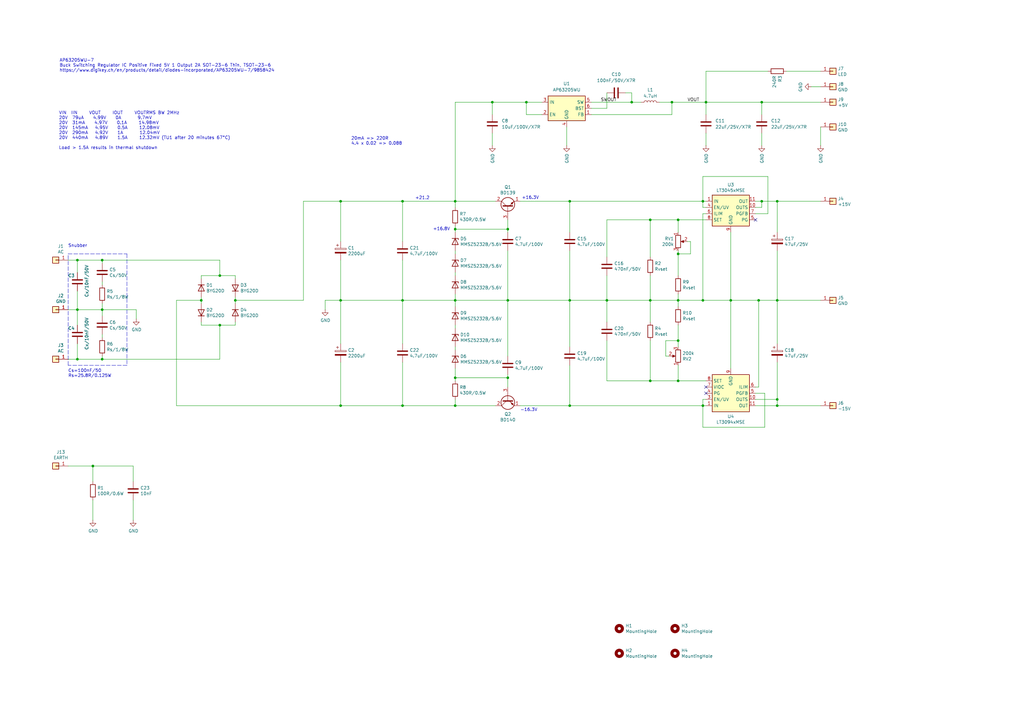
<source format=kicad_sch>
(kicad_sch (version 20250114) (generator "eeschema") (generator_version "9.0")
  (paper "A3")
  (title_block (title "Ultra Low Noise PSU DC/DC +5V") (date "2025-08-24") (rev "V5"))
  (lib_symbols
    (symbol "Connector_Generic:Conn_01x01" (pin_names (offset 1.016) (hide yes))
      (property "Reference" "J" (at 0 2.54 0))
      (property "Value" "Conn_01x01" (at 0 -2.54 0))
      (symbol "Conn_01x01_1_1"
        (rectangle (start -1.27 1.27) (end 1.27 -1.27) (stroke (width 0.254)) (fill (type background)))
        (rectangle (start -1.27 0.127) (end 0 -0.127) (stroke (width 0.1524)))
        (pin passive line (at -5.08 0 0) (length 3.81) (name "Pin_1") (number "1"))
      )
    )
    (symbol "Device:C" (pin_numbers (hide yes)) (pin_names (offset 0.254))
      (property "Reference" "C" (at 0.635 2.54 0))
      (property "Value" "C" (at 0.635 -2.54 0))
      (symbol "C_0_1"
        (polyline (pts (xy -2.032 0.762) (xy 2.032 0.762)) (stroke (width 0.508)))
        (polyline (pts (xy -2.032 -0.762) (xy 2.032 -0.762)) (stroke (width 0.508)))
      )
      (symbol "C_1_1"
        (pin passive line (at 0 3.81 270) (length 2.794) (name "~") (number "1"))
        (pin passive line (at 0 -3.81 90) (length 2.794) (name "~") (number "2"))
      )
    )
    (symbol "Device:C_Polarized" (pin_numbers (hide yes)) (pin_names (offset 0.254))
      (property "Reference" "C" (at 0.635 2.54 0))
      (property "Value" "C_Polarized" (at 0.635 -2.54 0))
      (symbol "C_Polarized_0_1"
        (rectangle (start -2.286 0.508) (end 2.286 1.016))
        (polyline (pts (xy -1.778 2.286) (xy -0.762 2.286)))
        (polyline (pts (xy -1.27 2.794) (xy -1.27 1.778)))
        (rectangle (start 2.286 -0.508) (end -2.286 -1.016) (fill (type outline)))
      )
      (symbol "C_Polarized_1_1"
        (pin passive line (at 0 3.81 270) (length 2.794) (name "~") (number "1"))
        (pin passive line (at 0 -3.81 90) (length 2.794) (name "~") (number "2"))
      )
    )
    (symbol "Device:D" (pin_numbers (hide yes)) (pin_names (offset 1.016) (hide yes))
      (property "Reference" "D" (at 0 2.54 0))
      (property "Value" "D" (at 0 -2.54 0))
      (symbol "D_0_1"
        (polyline (pts (xy -1.27 1.27) (xy -1.27 -1.27)) (stroke (width 0.254)))
        (polyline (pts (xy 1.27 1.27) (xy 1.27 -1.27) (xy -1.27 0) (xy 1.27 1.27)) (stroke (width 0.254)))
        (polyline (pts (xy 1.27 0) (xy -1.27 0)))
      )
      (symbol "D_1_1"
        (pin passive line (at -3.81 0 0) (length 2.54) (name "K") (number "1"))
        (pin passive line (at 3.81 0 180) (length 2.54) (name "A") (number "2"))
      )
    )
    (symbol "Device:L" (pin_numbers (hide yes)) (pin_names (offset 1.016) (hide yes))
      (property "Reference" "L" (at -1.27 0 90))
      (property "Value" "L" (at 1.905 0 90))
      (symbol "L_0_1"
        (arc (start 0 2.54) (mid 0.6323 1.905) (end 0 1.27))
        (arc (start 0 1.27) (mid 0.6323 0.635) (end 0 0))
        (arc (start 0 0) (mid 0.6323 -0.635) (end 0 -1.27))
        (arc (start 0 -1.27) (mid 0.6323 -1.905) (end 0 -2.54))
      )
      (symbol "L_1_1"
        (pin passive line (at 0 3.81 270) (length 1.27) (name "1") (number "1"))
        (pin passive line (at 0 -3.81 90) (length 1.27) (name "2") (number "2"))
      )
    )
    (symbol "Device:R" (pin_numbers (hide yes)) (pin_names (offset 0))
      (property "Reference" "R" (at 2.032 0 90))
      (property "Value" "R" (at 0 0 90))
      (symbol "R_0_1"
        (rectangle (start -1.016 -2.54) (end 1.016 2.54) (stroke (width 0.254)))
      )
      (symbol "R_1_1"
        (pin passive line (at 0 3.81 270) (length 1.27) (name "~") (number "1"))
        (pin passive line (at 0 -3.81 90) (length 1.27) (name "~") (number "2"))
      )
    )
    (symbol "Device:R_Potentiometer" (pin_names (offset 1.016) (hide yes))
      (property "Reference" "RV" (at -4.445 0 90))
      (property "Value" "R_Potentiometer" (at -2.54 0 90))
      (symbol "R_Potentiometer_0_1"
        (rectangle (start 1.016 2.54) (end -1.016 -2.54) (stroke (width 0.254)))
        (polyline (pts (xy 1.143 0) (xy 2.286 0.508) (xy 2.286 -0.508) (xy 1.143 0)) (fill (type outline)))
        (polyline (pts (xy 2.54 0) (xy 1.524 0)))
      )
      (symbol "R_Potentiometer_1_1"
        (pin passive line (at 0 3.81 270) (length 1.27) (name "1") (number "1"))
        (pin passive line (at 0 -3.81 90) (length 1.27) (name "3") (number "3"))
        (pin passive line (at 3.81 0 180) (length 1.27) (name "2") (number "2"))
      )
    )
    (symbol "Diode:Z1SMAxxx" (pin_numbers (hide yes)) (pin_names (hide yes))
      (property "Reference" "D" (at 0 2.54 0))
      (property "Value" "Z1SMAxxx" (at 0 -2.54 0))
      (symbol "Z1SMAxxx_0_1"
        (polyline (pts (xy -1.27 -1.27) (xy -1.27 1.27) (xy -0.762 1.27)) (stroke (width 0.254)))
        (polyline (pts (xy 1.27 0) (xy -1.27 0)))
        (polyline (pts (xy 1.27 -1.27) (xy 1.27 1.27) (xy -1.27 0) (xy 1.27 -1.27)) (stroke (width 0.254)))
      )
      (symbol "Z1SMAxxx_1_1"
        (pin passive line (at -3.81 0 0) (length 2.54) (name "K") (number "1"))
        (pin passive line (at 3.81 0 180) (length 2.54) (name "A") (number "2"))
      )
    )
    (symbol "Mechanical:MountingHole" (pin_names (offset 1.016)) (in_bom no)
      (property "Reference" "H" (at 0 5.08 0))
      (property "Value" "MountingHole" (at 0 3.175 0))
      (symbol "MountingHole_0_1"
        (circle (center 0 0) (radius 1.27) (stroke (width 1.27)))
      )
    )
    (symbol "Regulator_Linear:LT3045xMSE"
      (property "Reference" "U" (at -6.35 6.35 0))
      (property "Value" "LT3045xMSE" (at 1.27 6.35 0))
      (symbol "LT3045xMSE_0_1"
        (rectangle (start -7.62 5.08) (end 7.62 -7.62) (stroke (width 0.254)) (fill (type background)))
      )
      (symbol "LT3045xMSE_1_1"
        (pin power_in line (at -10.16 2.54 0) (length 2.54) (name "IN") (number "1"))
        (pin passive line (at -10.16 2.54 0) (length 2.54) (hide yes) (name "IN") (number "2"))
        (pin passive line (at -10.16 2.54 0) (length 2.54) (hide yes) (name "IN") (number "3"))
        (pin input line (at -10.16 0 0) (length 2.54) (name "EN/UV") (number "4"))
        (pin passive line (at -10.16 -2.54 0) (length 2.54) (name "ILIM") (number "6"))
        (pin passive line (at -10.16 -5.08 0) (length 2.54) (name "SET") (number "8"))
        (pin passive line (at 0 -10.16 90) (length 2.54) (hide yes) (name "GND") (number "13"))
        (pin power_in line (at 0 -10.16 90) (length 2.54) (name "GND") (number "9"))
        (pin power_out line (at 10.16 2.54 180) (length 2.54) (name "OUT") (number "11"))
        (pin passive line (at 10.16 2.54 180) (length 2.54) (hide yes) (name "OUT") (number "12"))
        (pin input line (at 10.16 0 180) (length 2.54) (name "OUTS") (number "10"))
        (pin input line (at 10.16 -2.54 180) (length 2.54) (name "PGFB") (number "7"))
        (pin open_collector line (at 10.16 -5.08 180) (length 2.54) (name "PG") (number "5"))
      )
    )
    (symbol "Regulator_Linear:LT3094xMSE"
      (property "Reference" "U" (at -6.35 8.89 0))
      (property "Value" "LT3094xMSE" (at 1.27 8.89 0))
      (symbol "LT3094xMSE_0_0"
        (pin passive line (at -10.16 5.08 0) (length 2.54) (hide yes) (name "IN") (number "13"))
        (pin passive line (at 10.16 5.08 180) (length 2.54) (hide yes) (name "OUT") (number "12"))
      )
      (symbol "LT3094xMSE_0_1"
        (rectangle (start 7.62 7.62) (end -7.62 -7.62) (stroke (width 0.254)) (fill (type background)))
      )
      (symbol "LT3094xMSE_1_1"
        (pin power_in line (at -10.16 5.08 0) (length 2.54) (name "IN") (number "1"))
        (pin passive line (at -10.16 5.08 0) (length 2.54) (hide yes) (name "IN") (number "2"))
        (pin input line (at -10.16 2.54 0) (length 2.54) (name "EN/UV") (number "3"))
        (pin open_collector line (at -10.16 0 0) (length 2.54) (name "PG") (number "4"))
        (pin passive line (at -10.16 -2.54 0) (length 2.54) (name "VIOC") (number "7"))
        (pin passive line (at -10.16 -5.08 0) (length 2.54) (name "SET") (number "8"))
        (pin power_in line (at 0 -10.16 90) (length 2.54) (name "GND") (number "9"))
        (pin power_out line (at 10.16 5.08 180) (length 2.54) (name "OUT") (number "11"))
        (pin input line (at 10.16 2.54 180) (length 2.54) (name "OUTS") (number "10"))
        (pin input line (at 10.16 0 180) (length 2.54) (name "PGFB") (number "5"))
        (pin passive line (at 10.16 -2.54 180) (length 2.54) (name "ILIM") (number "6"))
      )
    )
    (symbol "Regulator_Switching:AP63205WU"
      (property "Reference" "U" (at -7.62 6.35 0))
      (property "Value" "AP63205WU" (at 2.54 6.35 0))
      (symbol "AP63205WU_0_1"
        (rectangle (start -7.62 5.08) (end 7.62 -5.08) (stroke (width 0.254)) (fill (type background)))
      )
      (symbol "AP63205WU_1_1"
        (pin power_in line (at -10.16 2.54 0) (length 2.54) (name "IN") (number "3"))
        (pin input line (at -10.16 -2.54 0) (length 2.54) (name "EN") (number "2"))
        (pin power_in line (at 0 -7.62 90) (length 2.54) (name "GND") (number "4"))
        (pin output line (at 10.16 2.54 180) (length 2.54) (name "SW") (number "5"))
        (pin passive line (at 10.16 0 180) (length 2.54) (name "BST") (number "6"))
        (pin input line (at 10.16 -2.54 180) (length 2.54) (name "FB") (number "1"))
      )
    )
    (symbol "Transistor_BJT:BD139" (pin_names (offset 0) (hide yes))
      (property "Reference" "Q" (at 5.08 1.905 0))
      (property "Value" "BD139" (at 5.08 0 0))
      (symbol "BD139_0_1"
        (polyline (pts (xy -2.54 0) (xy 0.635 0)))
        (polyline (pts (xy 0.635 1.905) (xy 0.635 -1.905)) (stroke (width 0.508)))
        (circle (center 1.27 0) (radius 2.8194) (stroke (width 0.254)))
      )
      (symbol "BD139_1_1"
        (polyline (pts (xy 0.635 0.635) (xy 2.54 2.54)))
        (polyline (pts (xy 0.635 -0.635) (xy 2.54 -2.54)))
        (polyline (pts (xy 1.27 -1.778) (xy 1.778 -1.27) (xy 2.286 -2.286) (xy 1.27 -1.778)) (fill (type outline)))
        (pin input line (at -5.08 0 0) (length 2.54) (name "B") (number "3"))
        (pin passive line (at 2.54 5.08 270) (length 2.54) (name "C") (number "2"))
        (pin passive line (at 2.54 -5.08 90) (length 2.54) (name "E") (number "1"))
      )
    )
    (symbol "Transistor_BJT:BD140" (pin_names (offset 0) (hide yes))
      (property "Reference" "Q" (at 5.08 1.905 0))
      (property "Value" "BD140" (at 5.08 0 0))
      (symbol "BD140_0_1"
        (polyline (pts (xy -2.54 0) (xy 0.635 0)))
        (polyline (pts (xy 0.635 1.905) (xy 0.635 -1.905)) (stroke (width 0.508)))
        (polyline (pts (xy 0.635 0.635) (xy 2.54 2.54)))
        (polyline (pts (xy 0.635 -0.635) (xy 2.54 -2.54)))
        (circle (center 1.27 0) (radius 2.8194) (stroke (width 0.254)))
        (polyline (pts (xy 2.286 -1.778) (xy 1.778 -2.286) (xy 1.27 -1.27) (xy 2.286 -1.778)) (fill (type outline)))
      )
      (symbol "BD140_1_1"
        (pin input line (at -5.08 0 0) (length 2.54) (name "B") (number "3"))
        (pin passive line (at 2.54 5.08 270) (length 2.54) (name "C") (number "2"))
        (pin passive line (at 2.54 -5.08 90) (length 2.54) (name "E") (number "1"))
      )
    )
    (symbol "power:GND" (power) (pin_numbers (hide yes)) (pin_names (offset 0) (hide yes))
      (property "Value" "GND" (at 0 -3.81 0))
      (symbol "GND_0_1"
        (polyline (pts (xy 0 0) (xy 0 -1.27) (xy 1.27 -1.27) (xy 0 -2.54) (xy -1.27 -1.27) (xy 0 -1.27)))
      )
      (symbol "GND_1_1"
        (pin power_in line (at 0 0 270) (length 0) (name "~") (number "1"))
      )
    )
  )
  (text "+16.3V" (at 213.995 81.915 0) (effects (font (size 1.27 1.27)) (justify left bottom)))
  (text "+21.2" (at 173.228 81.28 0) (effects (font (size 1.27 1.27))))
  (text "Snubber" (at 27.94 101.6 0) (effects (font (size 1.27 1.27)) (justify left bottom)))
  (text "Cs=100nF/50\nRs=25.8R/0.125W" (at 27.94 154.94 0) (effects (font (size 1.27 1.27)) (justify left bottom)))
  (text "-16.3V" (at 213.36 168.91 0) (effects (font (size 1.27 1.27)) (justify left bottom)))
  (text "VIN  IIN     VOUT     IOUT     VOUTRMS BW 2MHz      \n20V  79uA    4.99V    0A       9.7mV\n20V  31mA    4.97V    0.1A     14.98mV\n20V  145mA   4.95V    0.5A     12.08mV\n20V  290mA   4.92V    1A       12.04mV\n20V  440mA   4.89V    1.5A     12.32mV (TU1 after 20 minutes 67°C)\n\nLoad > 1.5A results in thermal shutdown\n\n\n" (at 24.13 55.626 0) (effects (font (size 1.27 1.27)) (justify left)))
  (text "AP63205WU-7\nBuck Switching Regulator IC Positive Fixed 5V 1 Output 2A SOT-23-6 Thin, TSOT-23-6\nhttps://www.digikey.ch/en/products/detail/diodes-incorporated/AP63205WU-7/9858424\n\n" (at 24.384 27.94 0) (effects (font (size 1.27 1.27)) (justify left)))
  (text "+16.8V" (at 177.546 94.742 0) (effects (font (size 1.27 1.27)) (justify left bottom)))
  (text "20mA => 220R\n4.4 x 0.02 => 0.088" (at 144.018 57.912 0) (effects (font (size 1.27 1.27)) (justify left)))
  (junction (at 248.92 123.19))
  (junction (at 165.1 166.37))
  (junction (at 41.91 147.32))
  (junction (at 41.91 127))
  (junction (at 186.69 123.19))
  (junction (at 299.72 123.19))
  (junction (at 275.59 41.91))
  (junction (at 90.17 133.35))
  (junction (at 233.68 82.55))
  (junction (at 318.77 166.37))
  (junction (at 288.29 166.37))
  (junction (at 311.15 123.19))
  (junction (at 215.9 41.91))
  (junction (at 318.77 123.19))
  (junction (at 312.42 82.55))
  (junction (at 139.7 123.19))
  (junction (at 312.42 41.91))
  (junction (at 165.1 82.55))
  (junction (at 201.93 41.91))
  (junction (at 318.77 82.55))
  (junction (at 82.55 123.19))
  (junction (at 139.7 82.55))
  (junction (at 318.77 163.83))
  (junction (at 259.08 41.91))
  (junction (at 139.7 166.37))
  (junction (at 31.75 127))
  (junction (at 208.28 154.94))
  (junction (at 266.7 156.21))
  (junction (at 31.75 106.68))
  (junction (at 266.7 123.19))
  (junction (at 266.7 90.17))
  (junction (at 31.75 147.32))
  (junction (at 278.13 123.19))
  (junction (at 233.68 166.37))
  (junction (at 288.29 82.55))
  (junction (at 288.29 123.19))
  (junction (at 186.69 166.37))
  (junction (at 38.1 191.135))
  (junction (at 41.91 106.68))
  (junction (at 233.68 123.19))
  (junction (at 96.52 123.19))
  (junction (at 165.1 123.19))
  (junction (at 278.13 90.17))
  (junction (at 90.17 113.03))
  (junction (at 278.13 104.14))
  (junction (at 186.69 82.55))
  (junction (at 186.69 93.98))
  (junction (at 208.28 123.19))
  (junction (at 289.56 41.91))
  (junction (at 208.28 93.98))
  (junction (at 278.13 156.21))
  (junction (at 186.69 154.94))
  (junction (at 278.13 139.7))
  (no_connect (at 289.56 158.75))
  (no_connect (at 309.88 90.17))
  (no_connect (at 289.56 161.29))
  (wire (pts (xy 312.42 54.61) (xy 312.42 59.69)))
  (wire (pts (xy 201.93 54.61) (xy 201.93 59.69)))
  (wire (pts (xy 314.96 87.63) (xy 314.96 72.39)))
  (wire (pts (xy 203.2 82.55) (xy 186.69 82.55)))
  (wire (pts (xy 186.69 93.98) (xy 208.28 93.98)))
  (wire (pts (xy 266.7 156.21) (xy 278.13 156.21)))
  (wire (pts (xy 274.32 146.05) (xy 273.05 146.05)))
  (wire (pts (xy 208.28 123.19) (xy 208.28 146.05)))
  (wire (pts (xy 186.69 123.19) (xy 208.28 123.19)))
  (wire (pts (xy 248.92 105.41) (xy 248.92 90.17)))
  (wire (pts (xy 165.1 106.68) (xy 165.1 123.19)))
  (wire (pts (xy 233.68 82.55) (xy 233.68 95.25)))
  (wire (pts (xy 275.59 41.91) (xy 289.56 41.91)))
  (wire (pts (xy 312.42 85.09) (xy 312.42 82.55)))
  (wire (pts (xy 54.61 205.105) (xy 54.61 213.36)))
  (wire (pts (xy 242.57 46.99) (xy 275.59 46.99)))
  (wire (pts (xy 278.13 149.86) (xy 278.13 156.21)))
  (wire (pts (xy 208.28 154.94) (xy 208.28 158.75)))
  (wire (pts (xy 186.69 104.14) (xy 186.69 102.87)))
  (wire (pts (xy 278.13 90.17) (xy 289.56 90.17)))
  (wire (pts (xy 27.94 127) (xy 31.75 127)))
  (wire (pts (xy 186.69 82.55) (xy 165.1 82.55)))
  (wire (pts (xy 318.77 123.19) (xy 336.55 123.19)))
  (wire (pts (xy 96.52 121.92) (xy 96.52 123.19)))
  (wire (pts (xy 186.69 154.94) (xy 208.28 154.94)))
  (wire (pts (xy 31.75 147.32) (xy 41.91 147.32)))
  (wire (pts (xy 248.92 123.19) (xy 266.7 123.19)))
  (wire (pts (xy 288.29 175.26) (xy 288.29 166.37)))
  (wire (pts (xy 311.15 123.19) (xy 318.77 123.19)))
  (wire (pts (xy 289.56 29.21) (xy 289.56 41.91)))
  (wire (pts (xy 82.55 113.03) (xy 82.55 114.3)))
  (wire (pts (xy 299.72 123.19) (xy 311.15 123.19)))
  (wire (pts (xy 278.13 123.19) (xy 278.13 125.73)))
  (wire (pts (xy 289.56 163.83) (xy 288.29 163.83)))
  (wire (pts (xy 41.91 127) (xy 55.88 127)))
  (wire (pts (xy 288.29 163.83) (xy 288.29 166.37)))
  (wire (pts (xy 266.7 123.19) (xy 278.13 123.19)))
  (wire (pts (xy 312.42 41.91) (xy 336.55 41.91)))
  (wire (pts (xy 96.52 114.3) (xy 96.52 113.03)))
  (wire (pts (xy 309.88 166.37) (xy 318.77 166.37)))
  (wire (pts (xy 278.13 120.65) (xy 278.13 123.19)))
  (wire (pts (xy 72.39 166.37) (xy 139.7 166.37)))
  (wire (pts (xy 248.92 90.17) (xy 266.7 90.17)))
  (wire (pts (xy 242.57 41.91) (xy 259.08 41.91)))
  (wire (pts (xy 278.13 133.35) (xy 278.13 139.7)))
  (wire (pts (xy 41.91 129.54) (xy 41.91 127)))
  (wire (pts (xy 233.68 123.19) (xy 248.92 123.19)))
  (wire (pts (xy 242.57 44.45) (xy 248.92 44.45)))
  (wire (pts (xy 208.28 153.67) (xy 208.28 154.94)))
  (wire (pts (xy 90.17 106.68) (xy 90.17 113.03)))
  (wire (pts (xy 336.55 29.21) (xy 322.58 29.21)))
  (wire (pts (xy 318.77 82.55) (xy 318.77 95.25)))
  (wire (pts (xy 289.56 54.61) (xy 289.56 59.69)))
  (wire (pts (xy 31.75 111.76) (xy 31.75 106.68)))
  (wire (pts (xy 72.39 123.19) (xy 82.55 123.19)))
  (wire (pts (xy 233.68 142.24) (xy 233.68 123.19)))
  (wire (pts (xy 288.29 123.19) (xy 299.72 123.19)))
  (wire (pts (xy 289.56 41.91) (xy 312.42 41.91)))
  (wire (pts (xy 208.28 123.19) (xy 233.68 123.19)))
  (wire (pts (xy 82.55 123.19) (xy 82.55 124.46)))
  (wire (pts (xy 233.68 166.37) (xy 213.36 166.37)))
  (wire (pts (xy 288.29 87.63) (xy 288.29 123.19)))
  (wire (pts (xy 266.7 90.17) (xy 266.7 105.41)))
  (wire (pts (xy 288.29 82.55) (xy 289.56 82.55)))
  (wire (pts (xy 31.75 127) (xy 41.91 127)))
  (wire (pts (xy 278.13 156.21) (xy 289.56 156.21)))
  (wire (pts (xy 186.69 166.37) (xy 186.69 163.83)))
  (wire (pts (xy 213.36 82.55) (xy 233.68 82.55)))
  (wire (pts (xy 124.46 82.55) (xy 139.7 82.55)))
  (wire (pts (xy 283.21 99.06) (xy 283.21 104.14)))
  (wire (pts (xy 96.52 113.03) (xy 90.17 113.03)))
  (polyline (pts (xy 52.07 149.86) (xy 27.94 149.86)) (stroke (width 0) (type dash)))
  (wire (pts (xy 281.94 99.06) (xy 283.21 99.06)))
  (wire (pts (xy 259.08 41.91) (xy 262.89 41.91)))
  (wire (pts (xy 289.56 87.63) (xy 288.29 87.63)))
  (wire (pts (xy 289.56 29.21) (xy 314.96 29.21)))
  (polyline (pts (xy 27.94 104.14) (xy 52.07 104.14)) (stroke (width 0) (type dash)))
  (wire (pts (xy 186.69 125.73) (xy 186.69 123.19)))
  (wire (pts (xy 139.7 166.37) (xy 165.1 166.37)))
  (wire (pts (xy 313.69 175.26) (xy 288.29 175.26)))
  (wire (pts (xy 248.92 113.03) (xy 248.92 123.19)))
  (wire (pts (xy 299.72 151.13) (xy 299.72 123.19)))
  (wire (pts (xy 38.1 197.485) (xy 38.1 191.135)))
  (wire (pts (xy 139.7 82.55) (xy 165.1 82.55)))
  (wire (pts (xy 165.1 123.19) (xy 186.69 123.19)))
  (polyline (pts (xy 27.94 149.86) (xy 27.94 104.14)) (stroke (width 0) (type dash)))
  (wire (pts (xy 186.69 156.21) (xy 186.69 154.94)))
  (wire (pts (xy 201.93 41.91) (xy 215.9 41.91)))
  (wire (pts (xy 186.69 95.25) (xy 186.69 93.98)))
  (wire (pts (xy 278.13 90.17) (xy 278.13 95.25)))
  (wire (pts (xy 318.77 148.59) (xy 318.77 163.83)))
  (wire (pts (xy 275.59 46.99) (xy 275.59 41.91)))
  (wire (pts (xy 186.69 82.55) (xy 186.69 85.09)))
  (wire (pts (xy 259.08 38.1) (xy 259.08 41.91)))
  (wire (pts (xy 186.69 41.91) (xy 186.69 82.55)))
  (wire (pts (xy 186.69 41.91) (xy 201.93 41.91)))
  (wire (pts (xy 288.29 85.09) (xy 288.29 82.55)))
  (wire (pts (xy 82.55 133.35) (xy 90.17 133.35)))
  (wire (pts (xy 139.7 140.97) (xy 139.7 123.19)))
  (wire (pts (xy 312.42 82.55) (xy 318.77 82.55)))
  (wire (pts (xy 41.91 138.43) (xy 41.91 137.16)))
  (wire (pts (xy 312.42 46.99) (xy 312.42 41.91)))
  (wire (pts (xy 55.88 130.81) (xy 55.88 127)))
  (wire (pts (xy 288.29 166.37) (xy 289.56 166.37)))
  (wire (pts (xy 248.92 44.45) (xy 248.92 38.1)))
  (wire (pts (xy 72.39 123.19) (xy 72.39 166.37)))
  (wire (pts (xy 215.9 41.91) (xy 222.25 41.91)))
  (wire (pts (xy 336.55 35.56) (xy 332.74 35.56)))
  (wire (pts (xy 318.77 102.87) (xy 318.77 123.19)))
  (wire (pts (xy 38.1 205.105) (xy 38.1 213.36)))
  (wire (pts (xy 288.29 72.39) (xy 288.29 82.55)))
  (wire (pts (xy 336.55 82.55) (xy 318.77 82.55)))
  (polyline (pts (xy 52.07 104.14) (xy 52.07 149.86)) (stroke (width 0) (type dash)))
  (wire (pts (xy 41.91 107.95) (xy 41.91 106.68)))
  (wire (pts (xy 82.55 121.92) (xy 82.55 123.19)))
  (wire (pts (xy 41.91 106.68) (xy 90.17 106.68)))
  (wire (pts (xy 31.75 133.35) (xy 31.75 127)))
  (wire (pts (xy 208.28 93.98) (xy 208.28 95.25)))
  (wire (pts (xy 38.1 191.135) (xy 27.94 191.135)))
  (wire (pts (xy 31.75 106.68) (xy 27.94 106.68)))
  (wire (pts (xy 233.68 102.87) (xy 233.68 123.19)))
  (wire (pts (xy 208.28 93.98) (xy 208.28 90.17)))
  (wire (pts (xy 186.69 154.94) (xy 186.69 151.13)))
  (wire (pts (xy 82.55 132.08) (xy 82.55 133.35)))
  (wire (pts (xy 203.2 166.37) (xy 186.69 166.37)))
  (wire (pts (xy 139.7 123.19) (xy 165.1 123.19)))
  (wire (pts (xy 54.61 197.485) (xy 54.61 191.135)))
  (wire (pts (xy 208.28 102.87) (xy 208.28 123.19)))
  (wire (pts (xy 96.52 133.35) (xy 96.52 132.08)))
  (wire (pts (xy 90.17 113.03) (xy 82.55 113.03)))
  (wire (pts (xy 278.13 123.19) (xy 288.29 123.19)))
  (wire (pts (xy 309.88 82.55) (xy 312.42 82.55)))
  (wire (pts (xy 96.52 123.19) (xy 124.46 123.19)))
  (wire (pts (xy 309.88 158.75) (xy 311.15 158.75)))
  (wire (pts (xy 309.88 85.09) (xy 312.42 85.09)))
  (wire (pts (xy 256.54 38.1) (xy 259.08 38.1)))
  (wire (pts (xy 289.56 85.09) (xy 288.29 85.09)))
  (wire (pts (xy 278.13 102.87) (xy 278.13 104.14)))
  (wire (pts (xy 139.7 99.06) (xy 139.7 82.55)))
  (wire (pts (xy 133.35 127) (xy 133.35 123.19)))
  (wire (pts (xy 41.91 106.68) (xy 31.75 106.68)))
  (wire (pts (xy 283.21 104.14) (xy 278.13 104.14)))
  (wire (pts (xy 309.88 161.29) (xy 313.69 161.29)))
  (wire (pts (xy 186.69 143.51) (xy 186.69 142.24)))
  (wire (pts (xy 248.92 132.08) (xy 248.92 123.19)))
  (wire (pts (xy 90.17 133.35) (xy 90.17 147.32)))
  (wire (pts (xy 248.92 156.21) (xy 266.7 156.21)))
  (wire (pts (xy 233.68 166.37) (xy 288.29 166.37)))
  (wire (pts (xy 41.91 147.32) (xy 90.17 147.32)))
  (wire (pts (xy 31.75 140.97) (xy 31.75 147.32)))
  (wire (pts (xy 318.77 163.83) (xy 318.77 166.37)))
  (wire (pts (xy 54.61 191.135) (xy 38.1 191.135)))
  (wire (pts (xy 273.05 146.05) (xy 273.05 139.7)))
  (wire (pts (xy 309.88 163.83) (xy 318.77 163.83)))
  (wire (pts (xy 313.69 161.29) (xy 313.69 175.26)))
  (wire (pts (xy 201.93 41.91) (xy 201.93 46.99)))
  (wire (pts (xy 186.69 166.37) (xy 165.1 166.37)))
  (wire (pts (xy 278.13 142.24) (xy 278.13 139.7)))
  (wire (pts (xy 133.35 123.19) (xy 139.7 123.19)))
  (wire (pts (xy 186.69 113.03) (xy 186.69 111.76)))
  (wire (pts (xy 318.77 166.37) (xy 336.55 166.37)))
  (wire (pts (xy 266.7 113.03) (xy 266.7 123.19)))
  (wire (pts (xy 273.05 139.7) (xy 278.13 139.7)))
  (wire (pts (xy 233.68 149.86) (xy 233.68 166.37)))
  (wire (pts (xy 266.7 139.7) (xy 266.7 156.21)))
  (wire (pts (xy 278.13 104.14) (xy 278.13 113.03)))
  (wire (pts (xy 233.68 82.55) (xy 288.29 82.55)))
  (wire (pts (xy 41.91 147.32) (xy 41.91 146.05)))
  (wire (pts (xy 299.72 95.25) (xy 299.72 123.19)))
  (wire (pts (xy 186.69 134.62) (xy 186.69 133.35)))
  (wire (pts (xy 215.9 46.99) (xy 215.9 41.91)))
  (wire (pts (xy 275.59 41.91) (xy 270.51 41.91)))
  (wire (pts (xy 165.1 148.59) (xy 165.1 166.37)))
  (wire (pts (xy 186.69 93.98) (xy 186.69 92.71)))
  (wire (pts (xy 232.41 52.07) (xy 232.41 59.69)))
  (wire (pts (xy 311.15 158.75) (xy 311.15 123.19)))
  (wire (pts (xy 309.88 87.63) (xy 314.96 87.63)))
  (wire (pts (xy 165.1 99.06) (xy 165.1 82.55)))
  (wire (pts (xy 41.91 116.84) (xy 41.91 115.57)))
  (wire (pts (xy 266.7 90.17) (xy 278.13 90.17)))
  (wire (pts (xy 90.17 133.35) (xy 96.52 133.35)))
  (wire (pts (xy 266.7 123.19) (xy 266.7 132.08)))
  (wire (pts (xy 318.77 140.97) (xy 318.77 123.19)))
  (wire (pts (xy 248.92 139.7) (xy 248.92 156.21)))
  (wire (pts (xy 289.56 41.91) (xy 289.56 46.99)))
  (wire (pts (xy 41.91 127) (xy 41.91 124.46)))
  (wire (pts (xy 31.75 119.38) (xy 31.75 127)))
  (wire (pts (xy 314.96 72.39) (xy 288.29 72.39)))
  (wire (pts (xy 124.46 123.19) (xy 124.46 82.55)))
  (wire (pts (xy 165.1 140.97) (xy 165.1 123.19)))
  (wire (pts (xy 139.7 106.68) (xy 139.7 123.19)))
  (wire (pts (xy 139.7 148.59) (xy 139.7 166.37)))
  (wire (pts (xy 96.52 123.19) (xy 96.52 124.46)))
  (wire (pts (xy 336.55 52.07) (xy 336.55 59.69)))
  (wire (pts (xy 222.25 46.99) (xy 215.9 46.99)))
  (wire (pts (xy 27.94 147.32) (xy 31.75 147.32)))
  (wire (pts (xy 186.69 120.65) (xy 186.69 123.19)))
  (label "VOUT" (at 281.94 41.91 0))
  (label "SWOUT" (at 246.38 41.91 0))
  (symbol (lib_id "Connector_Generic:Conn_01x01") (at 22.86 127 180) (unit 1)
    (property "Reference" "J2" (at 24.9428 121.285 0))
    (property "Value" "GND" (at 24.9428 123.5964 0))
    (property "Footprint" "Connector_Pin:Pin_D1.3mm_L11.0mm" (effects (hide yes)))
    (property "Description" "Generic connector, single row, 01x01, script generated (kicad-library-utils/schlib/autogen/connector/)" (effects (hide yes)))
  )
  (symbol (lib_id "Device:R_Potentiometer") (at 278.13 99.06 0) (unit 1)
    (property "Reference" "RV1" (at 276.3774 97.8916 0) (effects (justify right)))
    (property "Value" "200k" (at 276.3774 100.203 0) (effects (justify right)))
    (property "Footprint" "Potentiometer_THT:Potentiometer_Bourns_3296W_Vertical" (effects (hide yes)))
    (property "Description" "Potentiometer" (effects (hide yes)))
  )
  (symbol (lib_id "Mechanical:MountingHole") (at 254 257.81 0) (unit 1) (in_bom no)
    (property "Reference" "H1" (at 256.54 256.6416 0) (effects (justify left)))
    (property "Value" "MountingHole" (at 256.54 258.953 0) (effects (justify left)))
    (property "Footprint" "MountingHole:MountingHole_3.2mm_M3_Pad_Via" (effects (hide yes)))
    (property "Description" "Mounting Hole without connection" (effects (hide yes)))
  )
  (symbol (lib_id "Mechanical:MountingHole") (at 276.86 257.81 0) (unit 1) (in_bom no)
    (property "Reference" "H3" (at 279.4 256.6416 0) (effects (justify left)))
    (property "Value" "MountingHole" (at 279.4 258.953 0) (effects (justify left)))
    (property "Footprint" "MountingHole:MountingHole_3.2mm_M3_Pad_Via" (effects (hide yes)))
    (property "Description" "Mounting Hole without connection" (effects (hide yes)))
  )
  (symbol (lib_id "Mechanical:MountingHole") (at 254 267.97 0) (unit 1) (in_bom no)
    (property "Reference" "H2" (at 256.54 266.8016 0) (effects (justify left)))
    (property "Value" "MountingHole" (at 256.54 269.113 0) (effects (justify left)))
    (property "Footprint" "MountingHole:MountingHole_3.2mm_M3_Pad_Via" (effects (hide yes)))
    (property "Description" "Mounting Hole without connection" (effects (hide yes)))
  )
  (symbol (lib_id "Mechanical:MountingHole") (at 276.86 267.97 0) (unit 1) (in_bom no)
    (property "Reference" "H4" (at 279.4 266.8016 0) (effects (justify left)))
    (property "Value" "MountingHole" (at 279.4 269.113 0) (effects (justify left)))
    (property "Footprint" "MountingHole:MountingHole_3.2mm_M3_Pad_Via" (effects (hide yes)))
    (property "Description" "Mounting Hole without connection" (effects (hide yes)))
  )
  (symbol (lib_id "Connector_Generic:Conn_01x01") (at 22.86 106.68 180) (unit 1)
    (property "Reference" "J1" (at 24.9428 100.965 0))
    (property "Value" "AC" (at 24.9428 103.2764 0))
    (property "Footprint" "Connector_Pin:Pin_D1.3mm_L11.0mm" (effects (hide yes)))
    (property "Description" "Generic connector, single row, 01x01, script generated (kicad-library-utils/schlib/autogen/connector/)" (effects (hide yes)))
  )
  (symbol (lib_id "Connector_Generic:Conn_01x01") (at 22.86 147.32 180) (unit 1)
    (property "Reference" "J3" (at 24.9428 141.605 0))
    (property "Value" "AC" (at 24.9428 143.9164 0))
    (property "Footprint" "Connector_Pin:Pin_D1.3mm_L11.0mm" (effects (hide yes)))
    (property "Description" "Generic connector, single row, 01x01, script generated (kicad-library-utils/schlib/autogen/connector/)" (effects (hide yes)))
  )
  (symbol (lib_id "Device:C_Polarized") (at 139.7 102.87 0) (unit 1)
    (property "Reference" "C1" (at 142.6972 101.7016 0) (effects (justify left)))
    (property "Value" "2200uF" (at 142.6972 104.013 0) (effects (justify left)))
    (property "Footprint" "Capacitor_THT:CP_Radial_D16.0mm_P7.50mm" (effects (hide yes)))
    (property "Description" "Polarized capacitor" (effects (hide yes)))
  )
  (symbol (lib_id "power:GND") (at 55.88 130.81 0) (unit 1)
    (property "Reference" "#PWR01" (effects (hide yes)))
    (property "Value" "GND" (at 56.007 135.2042 0))
    (property "Description" "Power symbol creates a global label with name \"GND\" , ground" (effects (hide yes)))
  )
  (symbol (lib_id "Connector_Generic:Conn_01x01") (at 341.63 123.19 0) (unit 1)
    (property "Reference" "J5" (at 343.662 122.1232 0) (effects (justify left)))
    (property "Value" "GND" (at 343.662 124.4346 0) (effects (justify left)))
    (property "Footprint" "Connector_Pin:Pin_D1.0mm_L10.0mm" (effects (hide yes)))
    (property "Description" "Generic connector, single row, 01x01, script generated (kicad-library-utils/schlib/autogen/connector/)" (effects (hide yes)))
  )
  (symbol (lib_id "Connector_Generic:Conn_01x01") (at 341.63 82.55 0) (unit 1)
    (property "Reference" "J4" (at 343.662 81.4832 0) (effects (justify left)))
    (property "Value" "+15V" (at 343.662 83.7946 0) (effects (justify left)))
    (property "Footprint" "Connector_Pin:Pin_D1.0mm_L10.0mm" (effects (hide yes)))
    (property "Description" "Generic connector, single row, 01x01, script generated (kicad-library-utils/schlib/autogen/connector/)" (effects (hide yes)))
  )
  (symbol (lib_id "Connector_Generic:Conn_01x01") (at 341.63 166.37 0) (unit 1)
    (property "Reference" "J6" (at 343.662 165.3032 0) (effects (justify left)))
    (property "Value" "-15V" (at 343.662 167.6146 0) (effects (justify left)))
    (property "Footprint" "Connector_Pin:Pin_D1.0mm_L10.0mm" (effects (hide yes)))
    (property "Description" "Generic connector, single row, 01x01, script generated (kicad-library-utils/schlib/autogen/connector/)" (effects (hide yes)))
  )
  (symbol (lib_id "power:GND") (at 133.35 127 0) (unit 1)
    (property "Reference" "#PWR02" (effects (hide yes)))
    (property "Value" "GND" (at 133.477 131.3942 0))
    (property "Description" "Power symbol creates a global label with name \"GND\" , ground" (effects (hide yes)))
  )
  (symbol (lib_id "Device:C_Polarized") (at 139.7 144.78 0) (unit 1)
    (property "Reference" "C2" (at 142.6972 143.6116 0) (effects (justify left)))
    (property "Value" "2200uF" (at 142.6972 145.923 0) (effects (justify left)))
    (property "Footprint" "Capacitor_THT:CP_Radial_D16.0mm_P7.50mm" (effects (hide yes)))
    (property "Description" "Polarized capacitor" (effects (hide yes)))
  )
  (symbol (lib_id "Device:R_Potentiometer") (at 278.13 146.05 180) (unit 1)
    (property "Reference" "RV2" (at 279.8826 147.2184 0) (effects (justify right)))
    (property "Value" "200k" (at 279.8826 144.907 0) (effects (justify right)))
    (property "Footprint" "Potentiometer_THT:Potentiometer_Bourns_3296W_Vertical" (effects (hide yes)))
    (property "Description" "Potentiometer" (effects (hide yes)))
  )
  (symbol (lib_id "Connector_Generic:Conn_01x01") (at 341.63 41.91 0) (unit 1)
    (property "Reference" "J9" (at 343.662 40.8432 0) (effects (justify left)))
    (property "Value" "+5V" (at 343.662 43.1546 0) (effects (justify left)))
    (property "Footprint" "Connector_Pin:Pin_D1.0mm_L10.0mm" (effects (hide yes)))
    (property "Description" "Generic connector, single row, 01x01, script generated (kicad-library-utils/schlib/autogen/connector/)" (effects (hide yes)))
  )
  (symbol (lib_id "Connector_Generic:Conn_01x01") (at 341.63 52.07 0) (unit 1)
    (property "Reference" "J10" (at 343.662 51.0032 0) (effects (justify left)))
    (property "Value" "GND" (at 343.662 53.3146 0) (effects (justify left)))
    (property "Footprint" "Connector_Pin:Pin_D1.0mm_L10.0mm" (effects (hide yes)))
    (property "Description" "Generic connector, single row, 01x01, script generated (kicad-library-utils/schlib/autogen/connector/)" (effects (hide yes)))
  )
  (symbol (lib_id "Device:R") (at 318.77 29.21 270) (unit 1)
    (property "Reference" "R3" (at 319.9384 30.988 0) (effects (justify left)))
    (property "Value" "240R" (at 317.627 30.988 0) (effects (justify left)))
    (property "Footprint" "Resistor_SMD:R_0805_2012Metric_Pad1.20x1.40mm_HandSolder" (effects (hide yes)))
    (property "Description" "Resistor" (effects (hide yes)))
  )
  (symbol (lib_id "Connector_Generic:Conn_01x01") (at 341.63 29.21 0) (unit 1)
    (property "Reference" "J7" (at 343.662 28.1432 0) (effects (justify left)))
    (property "Value" "LED" (at 343.662 30.4546 0) (effects (justify left)))
    (property "Footprint" "Connector_Pin:Pin_D1.0mm_L10.0mm" (effects (hide yes)))
    (property "Description" "Generic connector, single row, 01x01, script generated (kicad-library-utils/schlib/autogen/connector/)" (effects (hide yes)))
  )
  (symbol (lib_id "Connector_Generic:Conn_01x01") (at 341.63 35.56 0) (unit 1)
    (property "Reference" "J8" (at 343.662 34.4932 0) (effects (justify left)))
    (property "Value" "GND" (at 343.662 36.8046 0) (effects (justify left)))
    (property "Footprint" "Connector_Pin:Pin_D1.0mm_L10.0mm" (effects (hide yes)))
    (property "Description" "Generic connector, single row, 01x01, script generated (kicad-library-utils/schlib/autogen/connector/)" (effects (hide yes)))
  )
  (symbol (lib_id "power:GND") (at 332.74 35.56 270) (unit 1)
    (property "Reference" "#PWR05" (effects (hide yes)))
    (property "Value" "GND" (at 328.3458 35.687 0))
    (property "Description" "Power symbol creates a global label with name \"GND\" , ground" (effects (hide yes)))
  )
  (symbol (lib_id "Device:C_Polarized") (at 318.77 99.06 0) (unit 1)
    (property "Reference" "C17" (at 321.7672 97.8916 0) (effects (justify left)))
    (property "Value" "47uF/25V" (at 321.7672 100.203 0) (effects (justify left)))
    (property "Footprint" "Capacitor_Tantalum_SMD:CP_EIA-7343-31_Kemet-D_HandSolder" (effects (hide yes)))
    (property "Description" "Polarized capacitor" (effects (hide yes)))
  )
  (symbol (lib_id "Device:C_Polarized") (at 318.77 144.78 0) (unit 1)
    (property "Reference" "C18" (at 321.7672 143.6116 0) (effects (justify left)))
    (property "Value" "47uF/25V" (at 321.7672 145.923 0) (effects (justify left)))
    (property "Footprint" "Capacitor_Tantalum_SMD:CP_EIA-7343-31_Kemet-D_HandSolder" (effects (hide yes)))
    (property "Description" "Polarized capacitor" (effects (hide yes)))
  )
  (symbol (lib_id "Device:D") (at 82.55 118.11 270) (unit 1)
    (property "Reference" "D1" (at 84.582 116.9416 90) (effects (justify left)))
    (property "Value" "BYG20D" (at 84.582 119.253 90) (effects (justify left)))
    (property "Footprint" "Diode_SMD:D_SMA_Handsoldering" (effects (hide yes)))
    (property "Description" "Diode" (effects (hide yes)))
    (property "Sim.Device" "D" (effects (hide yes)))
    (property "Sim.Pins" "1=K 2=A" (effects (hide yes)))
  )
  (symbol (lib_id "Device:D") (at 82.55 128.27 90) (unit 1)
    (property "Reference" "D2" (at 84.582 127.1016 90) (effects (justify right)))
    (property "Value" "BYG20D" (at 84.582 129.413 90) (effects (justify right)))
    (property "Footprint" "Diode_SMD:D_SMA_Handsoldering" (effects (hide yes)))
    (property "Description" "Diode" (effects (hide yes)))
    (property "Sim.Device" "D" (effects (hide yes)))
    (property "Sim.Pins" "1=K 2=A" (effects (hide yes)))
  )
  (symbol (lib_id "Device:D") (at 96.52 118.11 90) (unit 1)
    (property "Reference" "D3" (at 98.552 116.9416 90) (effects (justify right)))
    (property "Value" "BYG20D" (at 98.552 119.253 90) (effects (justify right)))
    (property "Footprint" "Diode_SMD:D_SMA_Handsoldering" (effects (hide yes)))
    (property "Description" "Diode" (effects (hide yes)))
    (property "Sim.Device" "D" (effects (hide yes)))
    (property "Sim.Pins" "1=K 2=A" (effects (hide yes)))
  )
  (symbol (lib_id "Device:D") (at 96.52 128.27 270) (unit 1)
    (property "Reference" "D4" (at 98.552 127.1016 90) (effects (justify left)))
    (property "Value" "BYG20D" (at 98.552 129.413 90) (effects (justify left)))
    (property "Footprint" "Diode_SMD:D_SMA_Handsoldering" (effects (hide yes)))
    (property "Description" "Diode" (effects (hide yes)))
    (property "Sim.Device" "D" (effects (hide yes)))
    (property "Sim.Pins" "1=K 2=A" (effects (hide yes)))
  )
  (symbol (lib_id "Diode:Z1SMAxxx") (at 186.69 99.06 270) (unit 1)
    (property "Reference" "D5" (at 188.722 97.8916 90) (effects (justify left)))
    (property "Value" "MMSZ5232B/5.6V" (at 188.722 100.203 90) (effects (justify left)))
    (property "Footprint" "Diode_SMD:D_SOD-123" (effects (hide yes)))
    (property "Datasheet" "https://diotec.com/tl_files/diotec/files/pdf/datasheets/z1sma1.pdf" (effects (hide yes)))
    (property "Description" "1000mW Zener Diode, SMA(DO-214AC)" (effects (hide yes)))
  )
  (symbol (lib_id "Device:R") (at 186.69 88.9 0) (unit 1)
    (property "Reference" "R7" (at 188.468 87.7316 0) (effects (justify left)))
    (property "Value" "430R/0.5W" (at 188.468 90.043 0) (effects (justify left)))
    (property "Footprint" "Resistor_SMD:R_0805_2012Metric_Pad1.20x1.40mm_HandSolder" (effects (hide yes)))
    (property "Description" "Resistor" (effects (hide yes)))
  )
  (symbol (lib_id "Transistor_BJT:BD139") (at 208.28 85.09 90) (unit 1)
    (property "Reference" "Q1" (at 208.28 76.7334 90))
    (property "Value" "BD139" (at 208.28 79.0448 90))
    (property "Footprint" "Package_TO_SOT_THT:TO-126-3_Vertical" (effects (hide yes)))
    (property "Datasheet" "http://www.st.com/internet/com/TECHNICAL_RESOURCES/TECHNICAL_LITERATURE/DATASHEET/CD00001225.pdf" (effects (hide yes)))
    (property "Description" "1.5A Ic, 80V Vce, Low Voltage Transistor, TO-126" (effects (hide yes)))
  )
  (symbol (lib_id "Device:C") (at 208.28 99.06 0) (unit 1)
    (property "Reference" "C7" (at 211.201 97.8916 0) (effects (justify left)))
    (property "Value" "4.7uF/100V" (at 211.201 100.203 0) (effects (justify left)))
    (property "Footprint" "Capacitor_SMD:C_1206_3216Metric_Pad1.33x1.80mm_HandSolder" (effects (hide yes)))
    (property "Description" "Unpolarized capacitor" (effects (hide yes)))
  )
  (symbol (lib_id "Device:C") (at 31.75 115.57 0) (unit 1)
    (property "Reference" "C3" (at 27.94 113.03 0) (effects (justify left)))
    (property "Value" "Cx/10nF/50V" (at 35.56 121.92 90) (effects (justify left)))
    (property "Footprint" "Capacitor_SMD:C_0805_2012Metric_Pad1.18x1.45mm_HandSolder" (effects (hide yes)))
    (property "Description" "Unpolarized capacitor" (effects (hide yes)))
  )
  (symbol (lib_id "Device:C") (at 31.75 137.16 0) (unit 1)
    (property "Reference" "C4" (at 27.94 134.62 0) (effects (justify left)))
    (property "Value" "Cx/10nF/50V" (at 35.56 143.51 90) (effects (justify left)))
    (property "Footprint" "Capacitor_SMD:C_0805_2012Metric_Pad1.18x1.45mm_HandSolder" (effects (hide yes)))
    (property "Description" "Unpolarized capacitor" (effects (hide yes)))
  )
  (symbol (lib_id "Device:C") (at 41.91 111.76 0) (unit 1)
    (property "Reference" "C5" (at 44.831 110.5916 0) (effects (justify left)))
    (property "Value" "Cs/50V" (at 44.831 112.903 0) (effects (justify left)))
    (property "Footprint" "Capacitor_SMD:C_0805_2012Metric_Pad1.18x1.45mm_HandSolder" (effects (hide yes)))
    (property "Description" "Unpolarized capacitor" (effects (hide yes)))
  )
  (symbol (lib_id "Device:R") (at 41.91 120.65 0) (unit 1)
    (property "Reference" "R5" (at 43.688 119.4816 0) (effects (justify left)))
    (property "Value" "Rs/1/8W" (at 43.688 121.793 0) (effects (justify left)))
    (property "Footprint" "Resistor_SMD:R_0805_2012Metric_Pad1.20x1.40mm_HandSolder" (effects (hide yes)))
    (property "Description" "Resistor" (effects (hide yes)))
  )
  (symbol (lib_id "Device:C") (at 41.91 133.35 0) (unit 1)
    (property "Reference" "C6" (at 44.831 132.1816 0) (effects (justify left)))
    (property "Value" "Cs/50V" (at 44.831 134.493 0) (effects (justify left)))
    (property "Footprint" "Capacitor_SMD:C_0805_2012Metric_Pad1.18x1.45mm_HandSolder" (effects (hide yes)))
    (property "Description" "Unpolarized capacitor" (effects (hide yes)))
  )
  (symbol (lib_id "Device:R") (at 41.91 142.24 0) (unit 1)
    (property "Reference" "R6" (at 43.688 141.0716 0) (effects (justify left)))
    (property "Value" "Rs/1/8W" (at 43.688 143.383 0) (effects (justify left)))
    (property "Footprint" "Resistor_SMD:R_0805_2012Metric_Pad1.20x1.40mm_HandSolder" (effects (hide yes)))
    (property "Description" "Resistor" (effects (hide yes)))
  )
  (symbol (lib_id "Transistor_BJT:BD140") (at 208.28 163.83 90) (mirror x) (unit 1)
    (property "Reference" "Q2" (at 208.28 169.8498 90))
    (property "Value" "BD140" (at 208.28 172.1612 90))
    (property "Footprint" "Package_TO_SOT_THT:TO-126-3_Vertical" (effects (hide yes)))
    (property "Datasheet" "http://www.st.com/internet/com/TECHNICAL_RESOURCES/TECHNICAL_LITERATURE/DATASHEET/CD00001225.pdf" (effects (hide yes)))
    (property "Description" "1.5A Ic, 80V Vce, Low Voltage Transistor, TO-126" (effects (hide yes)))
  )
  (symbol (lib_id "Diode:Z1SMAxxx") (at 186.69 147.32 270) (unit 1)
    (property "Reference" "D6" (at 188.722 146.1516 90) (effects (justify left)))
    (property "Value" "MMSZ5232B/5.6V" (at 188.722 148.463 90) (effects (justify left)))
    (property "Footprint" "Diode_SMD:D_SOD-123" (effects (hide yes)))
    (property "Datasheet" "https://diotec.com/tl_files/diotec/files/pdf/datasheets/z1sma1.pdf" (effects (hide yes)))
    (property "Description" "1000mW Zener Diode, SMA(DO-214AC)" (effects (hide yes)))
  )
  (symbol (lib_id "Device:R") (at 186.69 160.02 0) (unit 1)
    (property "Reference" "R8" (at 188.468 158.8516 0) (effects (justify left)))
    (property "Value" "430R/0.5W" (at 188.468 161.163 0) (effects (justify left)))
    (property "Footprint" "Resistor_SMD:R_0805_2012Metric_Pad1.20x1.40mm_HandSolder" (effects (hide yes)))
    (property "Description" "Resistor" (effects (hide yes)))
  )
  (symbol (lib_id "Device:C") (at 208.28 149.86 0) (unit 1)
    (property "Reference" "C9" (at 211.201 148.6916 0) (effects (justify left)))
    (property "Value" "4.7uF/100V" (at 211.201 151.003 0) (effects (justify left)))
    (property "Footprint" "Capacitor_SMD:C_1206_3216Metric_Pad1.33x1.80mm_HandSolder" (effects (hide yes)))
    (property "Description" "Unpolarized capacitor" (effects (hide yes)))
  )
  (symbol (lib_id "Diode:Z1SMAxxx") (at 186.69 107.95 270) (unit 1)
    (property "Reference" "D7" (at 188.722 106.7816 90) (effects (justify left)))
    (property "Value" "MMSZ5232B/5.6V" (at 188.722 109.093 90) (effects (justify left)))
    (property "Footprint" "Diode_SMD:D_SOD-123" (effects (hide yes)))
    (property "Datasheet" "https://diotec.com/tl_files/diotec/files/pdf/datasheets/z1sma1.pdf" (effects (hide yes)))
    (property "Description" "1000mW Zener Diode, SMA(DO-214AC)" (effects (hide yes)))
  )
  (symbol (lib_id "Diode:Z1SMAxxx") (at 186.69 116.84 270) (unit 1)
    (property "Reference" "D8" (at 188.722 115.6716 90) (effects (justify left)))
    (property "Value" "MMSZ5232B/5.6V" (at 188.722 117.983 90) (effects (justify left)))
    (property "Footprint" "Diode_SMD:D_SOD-123" (effects (hide yes)))
    (property "Datasheet" "https://diotec.com/tl_files/diotec/files/pdf/datasheets/z1sma1.pdf" (effects (hide yes)))
    (property "Description" "1000mW Zener Diode, SMA(DO-214AC)" (effects (hide yes)))
  )
  (symbol (lib_id "Diode:Z1SMAxxx") (at 186.69 138.43 270) (unit 1)
    (property "Reference" "D10" (at 188.722 137.2616 90) (effects (justify left)))
    (property "Value" "MMSZ5232B/5.6V" (at 188.722 139.573 90) (effects (justify left)))
    (property "Footprint" "Diode_SMD:D_SOD-123" (effects (hide yes)))
    (property "Datasheet" "https://diotec.com/tl_files/diotec/files/pdf/datasheets/z1sma1.pdf" (effects (hide yes)))
    (property "Description" "1000mW Zener Diode, SMA(DO-214AC)" (effects (hide yes)))
  )
  (symbol (lib_id "Diode:Z1SMAxxx") (at 186.69 129.54 270) (unit 1)
    (property "Reference" "D9" (at 188.722 128.3716 90) (effects (justify left)))
    (property "Value" "MMSZ5232B/5.6V" (at 188.722 130.683 90) (effects (justify left)))
    (property "Footprint" "Diode_SMD:D_SOD-123" (effects (hide yes)))
    (property "Datasheet" "https://diotec.com/tl_files/diotec/files/pdf/datasheets/z1sma1.pdf" (effects (hide yes)))
    (property "Description" "1000mW Zener Diode, SMA(DO-214AC)" (effects (hide yes)))
  )
  (symbol (lib_id "Device:C") (at 233.68 99.06 0) (unit 1)
    (property "Reference" "C15" (at 236.6772 97.8916 0) (effects (justify left)))
    (property "Value" "4.7uF/100V" (at 236.6772 100.203 0) (effects (justify left)))
    (property "Footprint" "Capacitor_SMD:C_1206_3216Metric_Pad1.33x1.80mm_HandSolder" (effects (hide yes)))
    (property "Description" "Unpolarized capacitor" (effects (hide yes)))
  )
  (symbol (lib_id "Device:C") (at 248.92 109.22 0) (unit 1)
    (property "Reference" "C16" (at 251.9172 108.0516 0) (effects (justify left)))
    (property "Value" "470nF/50V" (at 251.9172 110.363 0) (effects (justify left)))
    (property "Footprint" "Capacitor_SMD:C_0805_2012Metric_Pad1.18x1.45mm_HandSolder" (effects (hide yes)))
    (property "Description" "Unpolarized capacitor" (effects (hide yes)))
  )
  (symbol (lib_id "Device:C") (at 248.92 135.89 0) (unit 1)
    (property "Reference" "C20" (at 251.9172 134.7216 0) (effects (justify left)))
    (property "Value" "470nF/50V" (at 251.9172 137.033 0) (effects (justify left)))
    (property "Footprint" "Capacitor_SMD:C_0805_2012Metric_Pad1.18x1.45mm_HandSolder" (effects (hide yes)))
    (property "Description" "Unpolarized capacitor" (effects (hide yes)))
  )
  (symbol (lib_id "Device:C") (at 233.68 146.05 0) (unit 1)
    (property "Reference" "C19" (at 236.6772 144.8816 0) (effects (justify left)))
    (property "Value" "4.7uF/100V" (at 236.6772 147.193 0) (effects (justify left)))
    (property "Footprint" "Capacitor_SMD:C_1206_3216Metric_Pad1.33x1.80mm_HandSolder" (effects (hide yes)))
    (property "Description" "Unpolarized capacitor" (effects (hide yes)))
  )
  (symbol (lib_id "Device:C") (at 165.1 102.87 0) (unit 1)
    (property "Reference" "C21" (at 168.021 101.7016 0) (effects (justify left)))
    (property "Value" "4.7uF/100V" (at 168.021 104.013 0) (effects (justify left)))
    (property "Footprint" "Capacitor_SMD:C_1206_3216Metric_Pad1.33x1.80mm_HandSolder" (effects (hide yes)))
    (property "Description" "Unpolarized capacitor" (effects (hide yes)))
  )
  (symbol (lib_id "Device:C") (at 165.1 144.78 0) (unit 1)
    (property "Reference" "C22" (at 168.021 143.6116 0) (effects (justify left)))
    (property "Value" "4.7uF/100V" (at 168.021 145.923 0) (effects (justify left)))
    (property "Footprint" "Capacitor_SMD:C_1206_3216Metric_Pad1.33x1.80mm_HandSolder" (effects (hide yes)))
    (property "Description" "Unpolarized capacitor" (effects (hide yes)))
  )
  (symbol (lib_id "Regulator_Linear:LT3045xMSE") (at 299.72 85.09 0) (unit 1)
    (property "Reference" "U3" (at 299.72 75.7682 0))
    (property "Value" "LT3045xMSE" (at 299.72 78.0796 0))
    (property "Footprint" "Package_SO:MSOP-12-1EP_3x4.039mm_P0.65mm_EP1.651x2.845mm" (effects (hide yes)))
    (property "Datasheet" "https://www.analog.com/media/en/technical-documentation/data-sheets/3045fa.pdf" (effects (hide yes)))
    (property "Description" "500mA, Adjustable, Ultralow Noise, Ultrahigh PSRR Linear Regulator, MSOP-12" (effects (hide yes)))
  )
  (symbol (lib_id "Regulator_Linear:LT3094xMSE") (at 299.72 161.29 0) (mirror x) (unit 1)
    (property "Reference" "U4" (at 299.72 170.815 0))
    (property "Value" "LT3094xMSE" (at 299.72 173.1264 0))
    (property "Footprint" "Package_SO:MSOP-12-1EP_3x4.039mm_P0.65mm_EP1.651x2.845mm" (effects (hide yes)))
    (property "Datasheet" "https://www.analog.com/media/en/technical-documentation/data-sheets/LT3094.pdf" (effects (hide yes)))
    (property "Description" "-500mA, Adjustable, Ultralow Noise, Ultrahigh PSRR RF Negative Linear Regulator, MSOP-12" (effects (hide yes)))
  )
  (symbol (lib_id "Device:R") (at 266.7 109.22 0) (unit 1)
    (property "Reference" "R2" (at 268.478 108.0516 0) (effects (justify left)))
    (property "Value" "Rvset" (at 268.478 110.363 0) (effects (justify left)))
    (property "Footprint" "Resistor_SMD:R_0805_2012Metric_Pad1.20x1.40mm_HandSolder" (effects (hide yes)))
    (property "Description" "Resistor" (effects (hide yes)))
  )
  (symbol (lib_id "Connector_Generic:Conn_01x01") (at 22.86 191.135 180) (unit 1)
    (property "Reference" "J13" (at 24.9428 185.42 0))
    (property "Value" "EARTH" (at 24.9428 187.7314 0))
    (property "Footprint" "Connector_Pin:Pin_D1.3mm_L11.0mm" (effects (hide yes)))
    (property "Description" "Generic connector, single row, 01x01, script generated (kicad-library-utils/schlib/autogen/connector/)" (effects (hide yes)))
  )
  (symbol (lib_id "Device:C") (at 312.42 50.8 0) (unit 1)
    (property "Reference" "C12" (at 316.2276 49.5299 0) (effects (justify left)))
    (property "Value" "22uF/25V/X7R" (at 316.2276 52.0699 0) (effects (justify left)))
    (property "Footprint" "Capacitor_SMD:C_1210_3225Metric_Pad1.33x2.70mm_HandSolder" (effects (hide yes)))
    (property "Description" "Unpolarized capacitor" (effects (hide yes)))
  )
  (symbol (lib_id "Device:C") (at 252.73 38.1 270) (unit 1)
    (property "Reference" "C10" (at 252.73 30.48 90))
    (property "Value" "100nF/50V/X7R" (at 252.73 33.02 90))
    (property "Footprint" "Capacitor_SMD:C_0805_2012Metric_Pad1.18x1.45mm_HandSolder" (effects (hide yes)))
    (property "Description" "Unpolarized capacitor" (effects (hide yes)))
  )
  (symbol (lib_id "Device:C") (at 201.93 50.8 0) (unit 1)
    (property "Reference" "C8" (at 205.74 49.5299 0) (effects (justify left)))
    (property "Value" "10uF/100V/X7R" (at 205.74 52.0699 0) (effects (justify left)))
    (property "Footprint" "Capacitor_SMD:C_1210_3225Metric_Pad1.33x2.70mm_HandSolder" (effects (hide yes)))
    (property "Description" "Unpolarized capacitor" (effects (hide yes)))
  )
  (symbol (lib_id "power:GND") (at 201.93 59.69 0) (unit 1)
    (property "Reference" "#PWR06" (effects (hide yes)))
    (property "Value" "GND" (at 202.057 62.9412 90) (effects (justify right)))
  )
  (symbol (lib_id "Regulator_Switching:AP63205WU") (at 232.41 44.45 0) (unit 1)
    (property "Reference" "U1" (at 232.41 34.29 0))
    (property "Value" "AP63205WU" (at 232.41 36.83 0))
    (property "Footprint" "Package_TO_SOT_SMD:TSOT-23-6" (effects (hide yes)))
    (property "Datasheet" "https://www.diodes.com/assets/Datasheets/AP63200-AP63201-AP63203-AP63205.pdf" (effects (hide yes)))
    (property "Description" "2A, 1.1MHz Buck DC/DC Converter, fixed 5.0V output voltage, TSOT-23-6" (effects (hide yes)))
  )
  (symbol (lib_id "Device:R") (at 38.1 201.295 180) (unit 1)
    (property "Reference" "R1" (at 39.878 200.1266 0) (effects (justify right)))
    (property "Value" "100R/0.6W" (at 39.878 202.438 0) (effects (justify right)))
    (property "Footprint" "Resistor_THT:R_Axial_DIN0207_L6.3mm_D2.5mm_P10.16mm_Horizontal" (effects (hide yes)))
    (property "Description" "Resistor" (effects (hide yes)))
  )
  (symbol (lib_id "power:GND") (at 38.1 213.36 0) (unit 1)
    (property "Reference" "#PWR0101" (effects (hide yes)))
    (property "Value" "GND" (at 38.227 217.7542 0))
    (property "Description" "Power symbol creates a global label with name \"GND\" , ground" (effects (hide yes)))
  )
  (symbol (lib_id "power:GND") (at 312.42 59.69 0) (unit 1)
    (property "Reference" "#PWR016" (effects (hide yes)))
    (property "Value" "GND" (at 312.547 62.9412 90) (effects (justify right)))
  )
  (symbol (lib_id "power:GND") (at 289.56 59.69 0) (unit 1)
    (property "Reference" "#PWR014" (effects (hide yes)))
    (property "Value" "GND" (at 289.687 62.9412 90) (effects (justify right)))
  )
  (symbol (lib_id "Device:C") (at 54.61 201.295 0) (unit 1)
    (property "Reference" "C23" (at 57.531 200.1266 0) (effects (justify left)))
    (property "Value" "10nF" (at 57.531 202.438 0) (effects (justify left)))
    (property "Footprint" "Capacitor_THT:C_Rect_L7.2mm_W2.5mm_P5.00mm_FKS2_FKP2_MKS2_MKP2" (effects (hide yes)))
    (property "Description" "Unpolarized capacitor" (effects (hide yes)))
  )
  (symbol (lib_id "power:GND") (at 232.41 59.69 0) (unit 1)
    (property "Reference" "#PWR07" (effects (hide yes)))
    (property "Value" "GND" (at 232.537 62.9412 90) (effects (justify right)))
  )
  (symbol (lib_id "power:GND") (at 336.55 59.69 0) (unit 1)
    (property "Reference" "#PWR03" (effects (hide yes)))
    (property "Value" "GND" (at 336.677 62.9412 90) (effects (justify right)))
  )
  (symbol (lib_id "Device:R") (at 266.7 135.89 0) (unit 1)
    (property "Reference" "R4" (at 268.478 134.7216 0) (effects (justify left)))
    (property "Value" "Rvset" (at 268.478 137.033 0) (effects (justify left)))
    (property "Footprint" "Resistor_SMD:R_0805_2012Metric_Pad1.20x1.40mm_HandSolder" (effects (hide yes)))
    (property "Description" "Resistor" (effects (hide yes)))
  )
  (symbol (lib_id "Device:C") (at 289.56 50.8 0) (unit 1)
    (property "Reference" "C11" (at 293.3676 49.5299 0) (effects (justify left)))
    (property "Value" "22uF/25V/X7R" (at 293.3676 52.0699 0) (effects (justify left)))
    (property "Footprint" "Capacitor_SMD:C_1210_3225Metric_Pad1.33x2.70mm_HandSolder" (effects (hide yes)))
    (property "Description" "Unpolarized capacitor" (effects (hide yes)))
  )
  (symbol (lib_id "Device:R") (at 278.13 116.84 0) (unit 1)
    (property "Reference" "R9" (at 279.908 115.6716 0) (effects (justify left)))
    (property "Value" "Rvset" (at 279.908 117.983 0) (effects (justify left)))
    (property "Footprint" "Resistor_SMD:R_0805_2012Metric_Pad1.20x1.40mm_HandSolder" (effects (hide yes)))
    (property "Description" "Resistor" (effects (hide yes)))
  )
  (symbol (lib_id "power:GND") (at 54.61 213.36 0) (unit 1)
    (property "Reference" "#PWR0102" (effects (hide yes)))
    (property "Value" "GND" (at 54.737 217.7542 0))
    (property "Description" "Power symbol creates a global label with name \"GND\" , ground" (effects (hide yes)))
  )
  (symbol (lib_id "Device:L") (at 266.7 41.91 90) (unit 1)
    (property "Reference" "L1" (at 266.7 36.83 90))
    (property "Value" "4.7uH" (at 266.7 39.37 90))
    (property "Footprint" "Inductor_SMD:L_Bourns-SRN6028" (effects (hide yes)))
    (property "Description" "Inductor" (effects (hide yes)))
  )
  (symbol (lib_id "Device:R") (at 278.13 129.54 0) (unit 1)
    (property "Reference" "R10" (at 279.908 128.3716 0) (effects (justify left)))
    (property "Value" "Rvset" (at 279.908 130.683 0) (effects (justify left)))
    (property "Footprint" "Resistor_SMD:R_0805_2012Metric_Pad1.20x1.40mm_HandSolder" (effects (hide yes)))
    (property "Description" "Resistor" (effects (hide yes)))
  )
)
</source>
